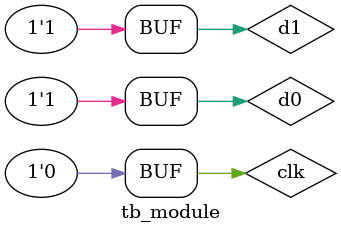
<source format=v>
module tb_module();
  reg d0,d1,clk;
  wire out;
  top_module inst1(d0,d1,clk,out);
  initial
    begin
      $dumpfile("dump.vcd");
      $dumpvars(1);
      d0=0;d1=0;clk=1;#50;
      d0=0;d1=0;clk=0;#50;
      d0=0;d1=0;clk=1;#50;
      d0=0;d1=0;clk=0;#50;
      d0=0;d1=1;clk=1;#50;
      d0=0;d1=1;clk=0;#50;
      d0=0;d1=1;clk=1;#50;
      d0=0;d1=1;clk=0;#50;      
      d0=1;d1=0;clk=1;#50;
      d0=1;d1=0;clk=0;#50;
      d0=1;d1=0;clk=1;#50;
      d0=1;d1=0;clk=0;#50;
      d0=1;d1=1;clk=1;#50;
      d0=1;d1=1;clk=0;#50;
      d0=1;d1=1;clk=1;#50;
      d0=1;d1=1;clk=0;#50;

    end
endmodule

</source>
